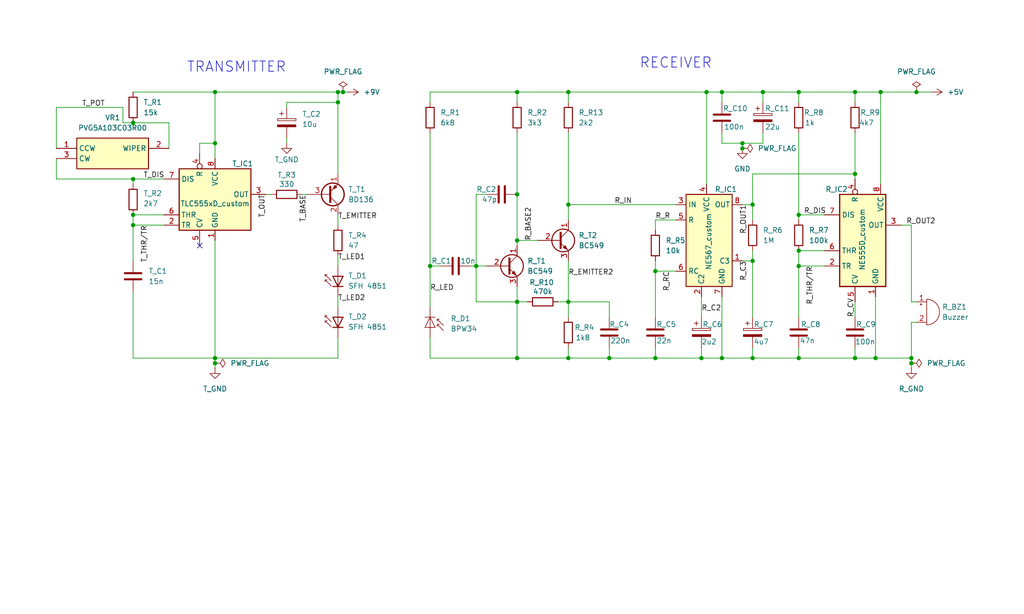
<source format=kicad_sch>
(kicad_sch (version 20231120) (generator "eeschema") (generator_version "8.0")
  (paper "User" 254 152.4)
  (title_block (title "Photoelectric Infrared Sensor") (date "2024-12-09") (rev "1.0") (company "FH Technikum") (comment 1 "Author: Vulovic Marko"))
  (lib_symbols
    (symbol "Device:Buzzer" (pin_names (offset 0.0254) hide)
      (property "Reference" "BZ" (at 3.81 1.27 0))
      (property "Value" "Buzzer" (at 3.81 -1.27 0))
      (symbol "Buzzer_0_1"
        (arc (start 0 -3.175) (mid 3.1612 0) (end 0 3.175))
        (polyline (pts (xy -1.651 1.905) (xy -1.143 1.905)))
        (polyline (pts (xy -1.397 2.159) (xy -1.397 1.651)))
        (polyline (pts (xy 0 3.175) (xy 0 -3.175)))
      )
      (symbol "Buzzer_1_1"
        (pin passive line (at -2.54 2.54 0) (length 2.54) (name "+") (number "1"))
        (pin passive line (at -2.54 -2.54 0) (length 2.54) (name "-") (number "2"))
      )
    )
    (symbol "Device:C" (pin_numbers hide) (pin_names (offset 0.254))
      (property "Reference" "C" (at 0.635 2.54 0))
      (property "Value" "C" (at 0.635 -2.54 0))
      (symbol "C_0_1"
        (polyline (pts (xy -2.032 -0.762) (xy 2.032 -0.762)) (stroke (width 0.508)))
        (polyline (pts (xy -2.032 0.762) (xy 2.032 0.762)) (stroke (width 0.508)))
      )
      (symbol "C_1_1"
        (pin passive line (at 0 3.81 270) (length 2.794) (name "~") (number "1"))
        (pin passive line (at 0 -3.81 90) (length 2.794) (name "~") (number "2"))
      )
    )
    (symbol "Device:C_Polarized" (pin_numbers hide) (pin_names (offset 0.254))
      (property "Reference" "C" (at 0.635 2.54 0))
      (property "Value" "C_Polarized" (at 0.635 -2.54 0))
      (symbol "C_Polarized_0_1"
        (rectangle (start -2.286 0.508) (end 2.286 1.016))
        (polyline (pts (xy -1.778 2.286) (xy -0.762 2.286)))
        (polyline (pts (xy -1.27 2.794) (xy -1.27 1.778)))
        (rectangle (start 2.286 -0.508) (end -2.286 -1.016) (fill (type outline)))
      )
      (symbol "C_Polarized_1_1"
        (pin passive line (at 0 3.81 270) (length 2.794) (name "~") (number "1"))
        (pin passive line (at 0 -3.81 90) (length 2.794) (name "~") (number "2"))
      )
    )
    (symbol "Device:R" (pin_numbers hide) (pin_names (offset 0))
      (property "Reference" "R" (at 2.032 0 90))
      (property "Value" "R" (at 0 0 90))
      (symbol "R_0_1"
        (rectangle (start -1.016 -2.54) (end 1.016 2.54) (stroke (width 0.254)))
      )
      (symbol "R_1_1"
        (pin passive line (at 0 3.81 270) (length 1.27) (name "~") (number "1"))
        (pin passive line (at 0 -3.81 90) (length 1.27) (name "~") (number "2"))
      )
    )
    (symbol "LED:LD271" (pin_numbers hide) (pin_names (offset 1.016) hide)
      (property "Reference" "D" (at 0.508 1.778 0))
      (property "Value" "LD271" (at -1.016 -2.794 0))
      (symbol "LD271_0_1"
        (polyline (pts (xy -2.54 1.27) (xy -2.54 -1.27)) (stroke (width 0.254)))
        (polyline (pts (xy 0 0) (xy -2.54 0)))
        (polyline (pts (xy 0.381 3.175) (xy -0.127 3.175)))
        (polyline (pts (xy -1.143 1.651) (xy 0.381 3.175) (xy 0.381 2.667)))
        (polyline (pts (xy 0 -1.27) (xy -2.54 0) (xy 0 1.27) (xy 0 -1.27)) (stroke (width 0.254)))
        (polyline (pts (xy -2.413 1.651) (xy -0.889 3.175) (xy -0.889 2.667) (xy -0.889 3.175) (xy -1.397 3.175)))
      )
      (symbol "LD271_1_1"
        (pin passive line (at -5.08 0 0) (length 2.54) (name "K") (number "1"))
        (pin passive line (at 2.54 0 180) (length 2.54) (name "A") (number "2"))
      )
    )
    (symbol "NE555D_custom:NE555D_custom"
      (property "Reference" "R_IC2" (at 4.572 10.414 0))
      (property "Value" "NE555D_custom" (at 5.588 8.636 0))
      (symbol "NE555D_custom_0_0"
        (pin power_in line (at 0 -17.78 90) (length 2.54) (name "GND") (number "1"))
        (pin power_in line (at 1.27 10.16 270) (length 2.54) (name "VCC") (number "8"))
      )
      (symbol "NE555D_custom_0_1"
        (rectangle (start -8.89 7.62) (end 2.54 -15.24) (stroke (width 0.254)) (fill (type background)))
        (rectangle (start -8.89 7.62) (end 2.54 -15.24) (stroke (width 0.254)) (fill (type background)))
      )
      (symbol "NE555D_custom_1_1"
        (pin input line (at -12.7 -10.16 0) (length 3.81) (name "TR") (number "2"))
        (pin output line (at 6.35 0 180) (length 3.81) (name "OUT") (number "3"))
        (pin input inverted (at -5.08 11.43 270) (length 3.81) (name "R") (number "4"))
        (pin input line (at -5.08 -19.05 90) (length 3.81) (name "CV") (number "5"))
        (pin input line (at -12.7 -6.35 0) (length 3.81) (name "THR") (number "6"))
        (pin input line (at -12.7 2.54 0) (length 3.81) (name "DIS") (number "7"))
      )
    )
    (symbol "NE567_custom:NE567_custom"
      (property "Reference" "R_IC1" (at -2.8859 35.56 0))
      (property "Value" "NE567_custom" (at -2.8859 33.02 0))
      (symbol "NE567_custom_0_1"
        (rectangle (start -10.16 30.48) (end 1.27 7.62) (stroke (width 0.254)) (fill (type background)))
      )
      (symbol "NE567_custom_1_1"
        (pin output line (at 3.81 13.97 180) (length 2.54) (name "C3") (number "1"))
        (pin output line (at -6.35 5.08 90) (length 2.54) (name "C2") (number "2"))
        (pin input line (at -12.7 27.94 0) (length 2.54) (name "IN") (number "3"))
        (pin power_in line (at -5.08 33.02 270) (length 2.54) (name "VCC") (number "4"))
        (pin input line (at -12.7 24.13 0) (length 2.54) (name "R") (number "5"))
        (pin input line (at -12.7 11.43 0) (length 2.54) (name "RC") (number "6"))
        (pin power_in line (at -1.27 5.08 90) (length 2.54) (name "GND") (number "7"))
        (pin output line (at 3.81 27.94 180) (length 2.54) (name "OUT") (number "8"))
      )
    )
    (symbol "SamacSys_Parts:PVG5A103C03R00"
      (property "Reference" "VR" (at 24.13 7.62 0))
      (property "Value" "PVG5A103C03R00" (at 24.13 5.08 0))
      (symbol "PVG5A103C03R00_1_1"
        (rectangle (start 5.08 2.54) (end 22.86 -5.08) (stroke (width 0.254)) (fill (type background)))
        (pin passive line (at 0 0 0) (length 5.08) (name "CCW") (number "1"))
        (pin passive line (at 27.94 0 180) (length 5.08) (name "WIPER") (number "2"))
        (pin passive line (at 0 -2.54 0) (length 5.08) (name "CW") (number "3"))
      )
    )
    (symbol "Sensor_Optical:SFH205F" (pin_numbers hide) (pin_names (offset 1.016) hide)
      (property "Reference" "D" (at 0.508 1.778 0))
      (property "Value" "SFH205F" (at -1.016 -2.794 0))
      (symbol "SFH205F_0_1"
        (polyline (pts (xy -2.54 1.27) (xy -2.54 -1.27)) (stroke (width 0.1524)))
        (polyline (pts (xy -2.032 1.778) (xy -1.524 1.778)))
        (polyline (pts (xy 0 0) (xy -2.54 0)))
        (polyline (pts (xy 0 1.27) (xy 0 -1.27)))
        (polyline (pts (xy -0.508 3.302) (xy -2.032 1.778) (xy -2.032 2.286)))
        (polyline (pts (xy 0 1.27) (xy -2.54 0) (xy 0 -1.27)))
        (polyline (pts (xy 0.762 3.302) (xy -0.762 1.778) (xy -0.762 2.286) (xy -0.762 1.778) (xy -0.254 1.778)))
      )
      (symbol "SFH205F_1_1"
        (pin passive line (at -5.08 0 0) (length 2.54) (name "K") (number "1"))
        (pin passive line (at 2.54 0 180) (length 2.54) (name "A") (number "2"))
      )
    )
    (symbol "TLC555xD_custom:TLC555xD_custom"
      (property "Reference" "T_IC1" (at 7.874 11.43 0))
      (property "Value" "TLC555xD_custom" (at 7.874 9.398 0))
      (symbol "TLC555xD_custom_0_0"
        (pin power_in line (at 0 -10.16 90) (length 2.54) (name "GND") (number "1"))
        (pin power_in line (at 0 10.16 270) (length 2.54) (name "VCC") (number "8"))
      )
      (symbol "TLC555xD_custom_0_1"
        (rectangle (start -8.89 -7.62) (end 8.89 7.62) (stroke (width 0.254)) (fill (type background)))
        (rectangle (start -8.89 -7.62) (end 8.89 7.62) (stroke (width 0.254)) (fill (type background)))
      )
      (symbol "TLC555xD_custom_1_1"
        (pin input line (at -12.7 -6.35 0) (length 3.81) (name "TR") (number "2"))
        (pin output line (at 12.7 1.27 180) (length 3.81) (name "OUT") (number "3"))
        (pin input inverted (at -3.81 11.43 270) (length 3.81) (name "R") (number "4"))
        (pin input line (at -3.81 -11.43 90) (length 3.81) (name "CV") (number "5"))
        (pin input line (at -12.7 -3.81 0) (length 3.81) (name "THR") (number "6"))
        (pin input line (at -12.7 5.08 0) (length 3.81) (name "DIS") (number "7"))
      )
    )
    (symbol "Transistor_BJT:BC549" (pin_names (offset 0) hide)
      (property "Reference" "Q" (at 5.08 1.905 0))
      (property "Value" "BC549" (at 5.08 0 0))
      (symbol "BC549_0_1"
        (polyline (pts (xy 0 0) (xy 0.635 0)))
        (polyline (pts (xy 0.635 0.635) (xy 2.54 2.54)))
        (polyline (pts (xy 0.635 -0.635) (xy 2.54 -2.54) (xy 2.54 -2.54)))
        (polyline (pts (xy 0.635 1.905) (xy 0.635 -1.905) (xy 0.635 -1.905)) (stroke (width 0.508)))
        (polyline (pts (xy 1.27 -1.778) (xy 1.778 -1.27) (xy 2.286 -2.286) (xy 1.27 -1.778) (xy 1.27 -1.778)) (fill (type outline)))
        (circle (center 1.27 0) (radius 2.8194) (stroke (width 0.254)))
      )
      (symbol "BC549_1_1"
        (pin passive line (at 2.54 5.08 270) (length 2.54) (name "C") (number "1"))
        (pin input line (at -5.08 0 0) (length 5.08) (name "B") (number "2"))
        (pin passive line (at 2.54 -5.08 90) (length 2.54) (name "E") (number "3"))
      )
    )
    (symbol "Transistor_BJT:BD140" (pin_names (offset 0) hide)
      (property "Reference" "Q" (at 5.08 1.905 0))
      (property "Value" "BD140" (at 5.08 0 0))
      (symbol "BD140_0_1"
        (polyline (pts (xy 0 0) (xy 0.635 0)))
        (polyline (pts (xy 2.54 -2.54) (xy 0.635 -0.635)))
        (polyline (pts (xy 2.54 2.54) (xy 0.635 0.635)))
        (polyline (pts (xy 0.635 1.905) (xy 0.635 -1.905) (xy 0.635 -1.905)) (stroke (width 0.508)) (fill (type outline)))
        (polyline (pts (xy 1.778 -2.286) (xy 2.286 -1.778) (xy 1.27 -1.27) (xy 1.778 -2.286) (xy 1.778 -2.286)) (fill (type outline)))
        (circle (center 1.27 0) (radius 2.8194) (stroke (width 0.3048)))
      )
      (symbol "BD140_1_1"
        (pin passive line (at 2.54 -5.08 90) (length 2.54) (name "E") (number "1"))
        (pin passive line (at 2.54 5.08 270) (length 2.54) (name "C") (number "2"))
        (pin input line (at -5.08 0 0) (length 5.08) (name "B") (number "3"))
      )
    )
    (symbol "power:+5V" (power) (pin_numbers hide) (pin_names (offset 0) hide)
      (property "Value" "+5V" (at 0 3.556 0))
      (symbol "+5V_0_1"
        (polyline (pts (xy -0.762 1.27) (xy 0 2.54)))
        (polyline (pts (xy 0 0) (xy 0 2.54)))
        (polyline (pts (xy 0 2.54) (xy 0.762 1.27)))
      )
      (symbol "+5V_1_1"
        (pin power_in line (at 0 0 90) (length 0) (name "~") (number "1"))
      )
    )
    (symbol "power:+9V" (power) (pin_numbers hide) (pin_names (offset 0) hide)
      (property "Value" "+9V" (at 0 3.556 0))
      (symbol "+9V_0_1"
        (polyline (pts (xy -0.762 1.27) (xy 0 2.54)))
        (polyline (pts (xy 0 0) (xy 0 2.54)))
        (polyline (pts (xy 0 2.54) (xy 0.762 1.27)))
      )
      (symbol "+9V_1_1"
        (pin power_in line (at 0 0 90) (length 0) (name "~") (number "1"))
      )
    )
    (symbol "power:GND" (power) (pin_numbers hide) (pin_names (offset 0) hide)
      (property "Value" "GND" (at 0 -3.81 0))
      (symbol "GND_0_1"
        (polyline (pts (xy 0 0) (xy 0 -1.27) (xy 1.27 -1.27) (xy 0 -2.54) (xy -1.27 -1.27) (xy 0 -1.27)))
      )
      (symbol "GND_1_1"
        (pin power_in line (at 0 0 270) (length 0) (name "~") (number "1"))
      )
    )
    (symbol "power:PWR_FLAG" (power) (pin_numbers hide) (pin_names (offset 0) hide)
      (property "Value" "PWR_FLAG" (at 0 3.81 0))
      (symbol "PWR_FLAG_0_0"
        (pin power_out line (at 0 0 90) (length 0) (name "~") (number "1"))
      )
      (symbol "PWR_FLAG_0_1"
        (polyline (pts (xy 0 0) (xy 0 1.27) (xy -1.016 1.905) (xy 0 2.54) (xy 1.016 1.905) (xy 0 1.27)))
      )
    )
  )
  (junction (at 186.69 50.8))
  (junction (at 212.09 43.18))
  (junction (at 53.34 22.86))
  (junction (at 189.23 22.86))
  (junction (at 140.97 22.86))
  (junction (at 53.34 90.17))
  (junction (at 198.12 62.23))
  (junction (at 83.82 22.86))
  (junction (at 83.82 25.4))
  (junction (at 151.13 88.9))
  (junction (at 85.09 22.86))
  (junction (at 53.34 88.9))
  (junction (at 33.02 30.48))
  (junction (at 198.12 53.34))
  (junction (at 140.97 74.93))
  (junction (at 128.27 59.69))
  (junction (at 162.56 67.31))
  (junction (at 140.97 88.9))
  (junction (at 33.02 53.34))
  (junction (at 106.68 66.04))
  (junction (at 179.07 22.86))
  (junction (at 226.06 90.17))
  (junction (at 184.15 35.56))
  (junction (at 212.09 88.9))
  (junction (at 227.33 22.86))
  (junction (at 179.07 88.9))
  (junction (at 198.12 88.9))
  (junction (at 128.27 88.9))
  (junction (at 140.97 50.8))
  (junction (at 162.56 88.9))
  (junction (at 173.99 88.9))
  (junction (at 186.69 88.9))
  (junction (at 186.69 64.77))
  (junction (at 128.27 22.86))
  (junction (at 217.17 88.9))
  (junction (at 218.44 22.86))
  (junction (at 184.15 36.83))
  (junction (at 175.26 22.86))
  (junction (at 33.02 44.45))
  (junction (at 198.12 66.04))
  (junction (at 128.27 74.93))
  (junction (at 53.34 35.56))
  (junction (at 118.11 66.04))
  (junction (at 198.12 22.86))
  (junction (at 33.02 55.88))
  (junction (at 212.09 22.86))
  (junction (at 128.27 48.26))
  (junction (at 226.06 88.9))
  (no_connect (at 49.53 60.96))
  (wire (pts (xy 218.44 45.72) (xy 218.44 22.86)))
  (wire (pts (xy 186.69 88.9) (xy 179.07 88.9)))
  (wire (pts (xy 33.02 53.34) (xy 40.64 53.34)))
  (wire (pts (xy 186.69 50.8) (xy 186.69 43.18)))
  (wire (pts (xy 128.27 88.9) (xy 140.97 88.9)))
  (wire (pts (xy 212.09 33.02) (xy 212.09 43.18)))
  (wire (pts (xy 175.26 22.86) (xy 175.26 45.72)))
  (wire (pts (xy 212.09 43.18) (xy 212.09 44.45)))
  (wire (pts (xy 106.68 22.86) (xy 128.27 22.86)))
  (wire (pts (xy 162.56 67.31) (xy 167.64 67.31)))
  (wire (pts (xy 162.56 64.77) (xy 162.56 67.31)))
  (wire (pts (xy 53.34 88.9) (xy 33.02 88.9)))
  (wire (pts (xy 173.99 88.9) (xy 173.99 86.36)))
  (wire (pts (xy 226.06 80.01) (xy 226.06 88.9)))
  (wire (pts (xy 186.69 50.8) (xy 186.69 54.61)))
  (wire (pts (xy 83.82 63.5) (xy 83.82 66.04)))
  (wire (pts (xy 212.09 88.9) (xy 198.12 88.9)))
  (wire (pts (xy 186.69 64.77) (xy 186.69 78.74)))
  (wire (pts (xy 198.12 33.02) (xy 198.12 53.34)))
  (wire (pts (xy 167.64 54.61) (xy 162.56 54.61)))
  (wire (pts (xy 41.91 30.48) (xy 33.02 30.48)))
  (wire (pts (xy 128.27 74.93) (xy 130.81 74.93)))
  (wire (pts (xy 106.68 88.9) (xy 128.27 88.9)))
  (wire (pts (xy 30.48 30.48) (xy 33.02 30.48)))
  (wire (pts (xy 198.12 22.86) (xy 198.12 25.4)))
  (wire (pts (xy 226.06 74.93) (xy 227.33 74.93)))
  (wire (pts (xy 212.09 86.36) (xy 212.09 88.9)))
  (wire (pts (xy 140.97 74.93) (xy 140.97 78.74)))
  (wire (pts (xy 227.33 80.01) (xy 226.06 80.01)))
  (wire (pts (xy 128.27 71.12) (xy 128.27 74.93)))
  (wire (pts (xy 138.43 74.93) (xy 140.97 74.93)))
  (wire (pts (xy 140.97 88.9) (xy 140.97 86.36)))
  (wire (pts (xy 223.52 55.88) (xy 226.06 55.88)))
  (wire (pts (xy 140.97 22.86) (xy 140.97 25.4)))
  (wire (pts (xy 184.15 36.83) (xy 184.15 35.56)))
  (wire (pts (xy 162.56 67.31) (xy 162.56 78.74)))
  (wire (pts (xy 217.17 88.9) (xy 217.17 73.66)))
  (wire (pts (xy 184.15 50.8) (xy 186.69 50.8)))
  (wire (pts (xy 85.09 22.86) (xy 86.36 22.86)))
  (wire (pts (xy 227.33 22.86) (xy 231.14 22.86)))
  (wire (pts (xy 140.97 64.77) (xy 140.97 74.93)))
  (wire (pts (xy 179.07 22.86) (xy 179.07 25.4)))
  (wire (pts (xy 151.13 88.9) (xy 151.13 86.36)))
  (wire (pts (xy 212.09 22.86) (xy 212.09 25.4)))
  (wire (pts (xy 226.06 90.17) (xy 226.06 91.44)))
  (wire (pts (xy 184.15 64.77) (xy 186.69 64.77)))
  (wire (pts (xy 83.82 73.66) (xy 83.82 76.2)))
  (wire (pts (xy 226.06 88.9) (xy 217.17 88.9)))
  (wire (pts (xy 173.99 73.66) (xy 173.99 78.74)))
  (wire (pts (xy 184.15 35.56) (xy 189.23 35.56)))
  (wire (pts (xy 53.34 59.69) (xy 53.34 88.9)))
  (wire (pts (xy 198.12 86.36) (xy 198.12 88.9)))
  (wire (pts (xy 173.99 88.9) (xy 179.07 88.9)))
  (wire (pts (xy 83.82 53.34) (xy 83.82 55.88)))
  (wire (pts (xy 198.12 53.34) (xy 204.47 53.34)))
  (wire (pts (xy 118.11 66.04) (xy 120.65 66.04)))
  (wire (pts (xy 140.97 50.8) (xy 167.64 50.8)))
  (wire (pts (xy 13.97 39.37) (xy 13.97 44.45)))
  (wire (pts (xy 118.11 48.26) (xy 120.65 48.26)))
  (wire (pts (xy 116.84 66.04) (xy 118.11 66.04)))
  (wire (pts (xy 13.97 26.67) (xy 30.48 26.67)))
  (wire (pts (xy 118.11 74.93) (xy 128.27 74.93)))
  (wire (pts (xy 83.82 25.4) (xy 71.12 25.4)))
  (wire (pts (xy 198.12 62.23) (xy 198.12 66.04)))
  (wire (pts (xy 140.97 33.02) (xy 140.97 50.8)))
  (wire (pts (xy 53.34 22.86) (xy 33.02 22.86)))
  (wire (pts (xy 128.27 59.69) (xy 128.27 60.96)))
  (wire (pts (xy 41.91 36.83) (xy 41.91 30.48)))
  (wire (pts (xy 128.27 22.86) (xy 140.97 22.86)))
  (wire (pts (xy 204.47 66.04) (xy 198.12 66.04)))
  (wire (pts (xy 33.02 55.88) (xy 40.64 55.88)))
  (wire (pts (xy 74.93 48.26) (xy 76.2 48.26)))
  (wire (pts (xy 106.68 33.02) (xy 106.68 66.04)))
  (wire (pts (xy 226.06 88.9) (xy 226.06 90.17)))
  (wire (pts (xy 53.34 35.56) (xy 53.34 22.86)))
  (wire (pts (xy 186.69 64.77) (xy 186.69 62.23)))
  (wire (pts (xy 189.23 22.86) (xy 198.12 22.86)))
  (wire (pts (xy 33.02 72.39) (xy 33.02 88.9)))
  (wire (pts (xy 189.23 22.86) (xy 189.23 25.4)))
  (wire (pts (xy 140.97 74.93) (xy 151.13 74.93)))
  (wire (pts (xy 128.27 48.26) (xy 128.27 59.69)))
  (wire (pts (xy 186.69 86.36) (xy 186.69 88.9)))
  (wire (pts (xy 53.34 88.9) (xy 53.34 90.17)))
  (wire (pts (xy 109.22 66.04) (xy 106.68 66.04)))
  (wire (pts (xy 30.48 26.67) (xy 30.48 30.48)))
  (wire (pts (xy 128.27 88.9) (xy 128.27 74.93)))
  (wire (pts (xy 218.44 22.86) (xy 227.33 22.86)))
  (wire (pts (xy 106.68 83.82) (xy 106.68 88.9)))
  (wire (pts (xy 140.97 22.86) (xy 175.26 22.86)))
  (wire (pts (xy 83.82 25.4) (xy 83.82 43.18)))
  (wire (pts (xy 13.97 36.83) (xy 13.97 26.67)))
  (wire (pts (xy 106.68 25.4) (xy 106.68 22.86)))
  (wire (pts (xy 128.27 22.86) (xy 128.27 25.4)))
  (wire (pts (xy 226.06 55.88) (xy 226.06 74.93)))
  (wire (pts (xy 118.11 66.04) (xy 118.11 74.93)))
  (wire (pts (xy 179.07 35.56) (xy 184.15 35.56)))
  (wire (pts (xy 133.35 59.69) (xy 128.27 59.69)))
  (wire (pts (xy 198.12 54.61) (xy 198.12 53.34)))
  (wire (pts (xy 118.11 66.04) (xy 118.11 48.26)))
  (wire (pts (xy 53.34 35.56) (xy 53.34 39.37)))
  (wire (pts (xy 33.02 44.45) (xy 40.64 44.45)))
  (wire (pts (xy 49.53 35.56) (xy 53.34 35.56)))
  (wire (pts (xy 162.56 88.9) (xy 173.99 88.9)))
  (wire (pts (xy 151.13 74.93) (xy 151.13 78.74)))
  (wire (pts (xy 13.97 44.45) (xy 33.02 44.45)))
  (wire (pts (xy 83.82 22.86) (xy 85.09 22.86)))
  (wire (pts (xy 162.56 88.9) (xy 162.56 86.36)))
  (wire (pts (xy 83.82 22.86) (xy 83.82 25.4)))
  (wire (pts (xy 83.82 83.82) (xy 83.82 88.9)))
  (wire (pts (xy 128.27 33.02) (xy 128.27 48.26)))
  (wire (pts (xy 140.97 54.61) (xy 140.97 50.8)))
  (wire (pts (xy 53.34 22.86) (xy 83.82 22.86)))
  (wire (pts (xy 179.07 33.02) (xy 179.07 35.56)))
  (wire (pts (xy 140.97 88.9) (xy 151.13 88.9)))
  (wire (pts (xy 71.12 34.29) (xy 71.12 35.56)))
  (wire (pts (xy 198.12 88.9) (xy 186.69 88.9)))
  (wire (pts (xy 33.02 44.45) (xy 33.02 45.72)))
  (wire (pts (xy 49.53 38.1) (xy 49.53 35.56)))
  (wire (pts (xy 198.12 22.86) (xy 212.09 22.86)))
  (wire (pts (xy 198.12 62.23) (xy 204.47 62.23)))
  (wire (pts (xy 151.13 88.9) (xy 162.56 88.9)))
  (wire (pts (xy 106.68 66.04) (xy 106.68 76.2)))
  (wire (pts (xy 179.07 88.9) (xy 179.07 73.66)))
  (wire (pts (xy 71.12 25.4) (xy 71.12 26.67)))
  (wire (pts (xy 212.09 88.9) (xy 217.17 88.9)))
  (wire (pts (xy 212.09 22.86) (xy 218.44 22.86)))
  (wire (pts (xy 186.69 43.18) (xy 212.09 43.18)))
  (wire (pts (xy 83.82 88.9) (xy 53.34 88.9)))
  (wire (pts (xy 175.26 22.86) (xy 179.07 22.86)))
  (wire (pts (xy 189.23 35.56) (xy 189.23 33.02)))
  (wire (pts (xy 33.02 55.88) (xy 33.02 64.77)))
  (wire (pts (xy 198.12 66.04) (xy 198.12 78.74)))
  (wire (pts (xy 162.56 54.61) (xy 162.56 57.15)))
  (wire (pts (xy 33.02 53.34) (xy 33.02 55.88)))
  (wire (pts (xy 53.34 90.17) (xy 53.34 91.44)))
  (wire (pts (xy 212.09 74.93) (xy 212.09 78.74)))
  (wire (pts (xy 66.04 48.26) (xy 67.31 48.26)))
  (wire (pts (xy 179.07 22.86) (xy 189.23 22.86)))
  (text "RECEIVER" (at 167.64 15.748 0) (effects (font (size 2.54 2.54))))
  (text "TRANSMITTER\n" (at 58.674 16.764 0) (effects (font (size 2.54 2.54))))
  (label "R_THR{slash}TR" (at 201.93 66.04 270))
  (label "R_OUT2" (at 224.79 55.88 0))
  (label "T_LED2" (at 83.82 74.93 0))
  (label "R_OUT1" (at 185.42 50.8 270))
  (label "T_POT" (at 20.32 26.67 0))
  (label "R_EMITTER2" (at 140.97 68.58 0))
  (label "R_R" (at 162.56 54.61 0))
  (label "T_OUT" (at 66.04 48.26 270))
  (label "R_IN" (at 152.4 50.8 0))
  (label "R_CV" (at 212.09 78.74 90))
  (label "R_LED" (at 106.68 72.39 0))
  (label "R_BASE2" (at 132.08 59.69 90))
  (label "R_DIS" (at 199.39 53.34 0))
  (label "R_C3" (at 185.42 64.77 270))
  (label "T_DIS" (at 35.56 44.45 0))
  (label "R_C2" (at 173.99 77.47 0))
  (label "T_LED1" (at 83.82 64.77 0))
  (label "T_BASE" (at 76.2 48.26 270))
  (label "T_EMITTER" (at 83.82 54.61 0))
  (label "T_THR{slash}TR" (at 36.83 55.88 270))
  (label "R_RC" (at 166.37 67.31 270))
  (symbol (lib_id "SamacSys_Parts:PVG5A103C03R00") (at 13.97 36.83 0) (unit 1)
    (property "Reference" "VR1" (at 27.94 29.21 0))
    (property "Value" "PVG5A103C03R00" (at 27.94 31.75 0))
    (property "Footprint" "PVG5A100C03R00" (effects (hide yes)))
    (property "Datasheet" "https://www.bourns.com/docs/Product-Datasheets/pvg5.pdf" (effects (hide yes)))
    (property "Description" "PVG, SMT top adj cermet trimmer,10K" (effects (hide yes)))
    (property "Manufacturer_Name" "Bourns" (effects (hide yes)))
    (property "Manufacturer_Part_Number" "PVG5A103C03R00" (effects (hide yes)))
    (property "Mouser Part Number" "81-PVG5A103C03R00" (effects (hide yes)))
    (property "Mouser Price/Stock" "https://www.mouser.co.uk/ProductDetail/Bourns/PVG5A103C03R00?qs=K6aI6PsrKE1vJOwlGZs%2FaQ%3D%3D" (effects (hide yes)))
    (property "Arrow Part Number" "PVG5A103C03R00" (effects (hide yes)))
    (property "Arrow Price/Stock" "https://www.arrow.com/en/products/pvg5a103c03r00/bourns?region=europe" (effects (hide yes)))
  )
  (symbol (lib_id "power:GND") (at 53.34 91.44 0) (unit 1)
    (property "Reference" "#PWR07" (effects (hide yes)))
    (property "Value" "T_GND" (at 53.34 96.52 0))
    (property "Description" "Power symbol creates a global label with name \"GND\" , ground" (effects (hide yes)))
  )
  (symbol (lib_id "Device:R") (at 212.09 29.21 0) (unit 1)
    (property "Reference" "R_R9" (at 213.36 27.94 0) (effects (justify left)))
    (property "Value" "4k7" (at 213.106 30.48 0) (effects (justify left)))
    (property "Footprint" "ERJUP6_custom:ERJUP6" (effects (hide yes)))
    (property "Description" "Resistor" (effects (hide yes)))
  )
  (symbol (lib_id "Device:R") (at 140.97 82.55 0) (unit 1)
    (property "Reference" "R_R4" (at 142.494 81.28 0) (effects (justify left)))
    (property "Value" "1k8" (at 142.748 83.82 0) (effects (justify left)))
    (property "Footprint" "ERJUP6_custom:ERJUP6" (effects (hide yes)))
    (property "Description" "Resistor" (effects (hide yes)))
  )
  (symbol (lib_id "Device:R") (at 134.62 74.93 90) (unit 1)
    (property "Reference" "R_R10" (at 134.366 70.104 90))
    (property "Value" "470k" (at 134.62 72.39 90))
    (property "Footprint" "ERJUP6_custom:ERJUP6" (effects (hide yes)))
    (property "Description" "Resistor" (effects (hide yes)))
  )
  (symbol (lib_id "Device:R") (at 198.12 58.42 0) (unit 1)
    (property "Reference" "R_R7" (at 200.66 57.1499 0) (effects (justify left)))
    (property "Value" "100k" (at 200.66 59.6899 0) (effects (justify left)))
    (property "Footprint" "ERJUP6_custom:ERJUP6" (effects (hide yes)))
    (property "Description" "Resistor" (effects (hide yes)))
  )
  (symbol (lib_id "Device:Buzzer") (at 229.87 77.47 0) (unit 1)
    (property "Reference" "R_BZ1" (at 233.68 76.1999 0) (effects (justify left)))
    (property "Value" "Buzzer" (at 233.68 78.7399 0) (effects (justify left)))
    (property "Footprint" "CPT-1203-03-SMT-TR:CPT-1203-03-SMT-TR" (effects (hide yes)))
    (property "Description" "Buzzer, polarized" (effects (hide yes)))
  )
  (symbol (lib_id "power:PWR_FLAG") (at 184.15 36.83 270) (unit 1)
    (property "Reference" "#FLG05" (effects (hide yes)))
    (property "Value" "PWR_FLAG" (at 187.96 36.8299 90) (effects (justify left)))
    (property "Description" "Special symbol for telling ERC where power comes from" (effects (hide yes)))
  )
  (symbol (lib_id "LED:LD271") (at 83.82 78.74 90) (unit 1)
    (property "Reference" "T_D2" (at 86.36 78.6129 90) (effects (justify right)))
    (property "Value" "SFH 4851" (at 86.36 81.1529 90) (effects (justify right)))
    (property "Footprint" "SFH_4851:SFH4851" (effects (hide yes)))
    (property "Datasheet" "http://www.alliedelec.com/m/d/40788c34903a719969df15f1fbea1056.pdf" (effects (hide yes)))
    (property "Description" "940nm IR-LED, 5mm" (effects (hide yes)))
  )
  (symbol (lib_id "Transistor_BJT:BC549") (at 125.73 66.04 0) (unit 1)
    (property "Reference" "R_T1" (at 130.81 64.7699 0) (effects (justify left)))
    (property "Value" "BC549" (at 130.81 67.3099 0) (effects (justify left)))
    (property "Footprint" "Package_TO_SOT_THT:TO-92_Inline" (effects (hide yes)))
    (property "Datasheet" "https://www.onsemi.com/pub/Collateral/BC550-D.pdf" (effects (hide yes)))
    (property "Description" "0.1A Ic, 30V Vce, Small Signal NPN Transistor, TO-92" (effects (hide yes)))
  )
  (symbol (lib_id "Device:C_Polarized") (at 173.99 82.55 0) (unit 1)
    (property "Reference" "R_C6" (at 174.244 80.518 0) (effects (justify left)))
    (property "Value" "2u2" (at 173.99 84.836 0) (effects (justify left)))
    (property "Footprint" "Capacitor_SMD:CP_Elec_4x3" (effects (hide yes)))
    (property "Description" "Polarized capacitor" (effects (hide yes)))
  )
  (symbol (lib_id "LED:LD271") (at 83.82 68.58 90) (unit 1)
    (property "Reference" "T_D1" (at 86.36 68.4529 90) (effects (justify right)))
    (property "Value" "SFH 4851" (at 86.36 70.9929 90) (effects (justify right)))
    (property "Footprint" "SFH_4851:SFH4851" (effects (hide yes)))
    (property "Datasheet" "http://www.alliedelec.com/m/d/40788c34903a719969df15f1fbea1056.pdf" (effects (hide yes)))
    (property "Description" "940nm IR-LED, 5mm" (effects (hide yes)))
  )
  (symbol (lib_id "Transistor_BJT:BC549") (at 138.43 59.69 0) (unit 1)
    (property "Reference" "R_T2" (at 143.51 58.4199 0) (effects (justify left)))
    (property "Value" "BC549" (at 143.51 60.9599 0) (effects (justify left)))
    (property "Footprint" "Package_TO_SOT_THT:TO-92_Inline" (effects (hide yes)))
    (property "Datasheet" "https://www.onsemi.com/pub/Collateral/BC550-D.pdf" (effects (hide yes)))
    (property "Description" "0.1A Ic, 30V Vce, Small Signal NPN Transistor, TO-92" (effects (hide yes)))
  )
  (symbol (lib_id "Device:R") (at 71.12 48.26 90) (unit 1)
    (property "Reference" "T_R3" (at 71.12 43.434 90))
    (property "Value" "330" (at 71.12 45.72 90))
    (property "Footprint" "ERJUP6_custom:ERJUP6" (effects (hide yes)))
    (property "Description" "Resistor" (effects (hide yes)))
  )
  (symbol (lib_id "Device:C") (at 162.56 82.55 0) (unit 1)
    (property "Reference" "R_C5" (at 162.814 80.518 0) (effects (justify left)))
    (property "Value" "22n" (at 162.814 84.582 0) (effects (justify left)))
    (property "Footprint" "Capacitor_SMD:C_0402_1005Metric_Pad0.74x0.62mm_HandSolder" (effects (hide yes)))
    (property "Description" "Unpolarized capacitor" (effects (hide yes)))
  )
  (symbol (lib_id "Device:C_Polarized") (at 71.12 30.48 0) (unit 1)
    (property "Reference" "T_C2" (at 74.93 28.3209 0) (effects (justify left)))
    (property "Value" "10u" (at 74.93 30.8609 0) (effects (justify left)))
    (property "Footprint" "Capacitor_SMD:CP_Elec_3x5.4" (effects (hide yes)))
    (property "Description" "Polarized capacitor" (effects (hide yes)))
  )
  (symbol (lib_id "Device:C") (at 212.09 82.55 0) (unit 1)
    (property "Reference" "R_C9" (at 212.344 80.518 0) (effects (justify left)))
    (property "Value" "100n" (at 212.09 84.836 0) (effects (justify left)))
    (property "Footprint" "Capacitor_SMD:C_0402_1005Metric_Pad0.74x0.62mm_HandSolder" (effects (hide yes)))
    (property "Description" "Unpolarized capacitor" (effects (hide yes)))
  )
  (symbol (lib_id "Sensor_Optical:SFH205F") (at 106.68 81.28 270) (unit 1)
    (property "Reference" "R_D1" (at 111.76 79.0828 90) (effects (justify left)))
    (property "Value" "BPW34" (at 111.76 81.6228 90) (effects (justify left)))
    (property "Footprint" "BPW_34_FAS-Z2:BPW34FASZ" (effects (hide yes)))
    (property "Datasheet" "http://www.osram-os.com/Graphics/XPic2/00101668_0.pdf" (effects (hide yes)))
    (property "Description" "Silicon PIN Photodiode with Daylight Blocking Filter" (effects (hide yes)))
  )
  (symbol (lib_id "Device:R") (at 186.69 58.42 0) (unit 1)
    (property "Reference" "R_R6" (at 189.23 57.1499 0) (effects (justify left)))
    (property "Value" "1M" (at 189.23 59.6899 0) (effects (justify left)))
    (property "Footprint" "ERJUP6_custom:ERJUP6" (effects (hide yes)))
    (property "Description" "Resistor" (effects (hide yes)))
  )
  (symbol (lib_id "Device:C") (at 33.02 68.58 0) (unit 1)
    (property "Reference" "T_C1" (at 36.83 67.3099 0) (effects (justify left)))
    (property "Value" "15n" (at 36.83 69.8499 0) (effects (justify left)))
    (property "Footprint" "Capacitor_SMD:C_0402_1005Metric_Pad0.74x0.62mm_HandSolder" (effects (hide yes)))
    (property "Description" "Unpolarized capacitor" (effects (hide yes)))
  )
  (symbol (lib_id "TLC555xD_custom:TLC555xD_custom") (at 53.34 49.53 0) (unit 1)
    (property "Reference" "T_IC1" (at 60.198 40.64 0))
    (property "Value" "TLC555xD_custom" (at 53.34 50.546 0))
    (property "Footprint" "Package_SO:SOIC-8_3.9x4.9mm_P1.27mm" (effects (hide yes)))
    (property "Datasheet" "http://www.ti.com/lit/ds/symlink/tlc555.pdf" (effects (hide yes)))
    (property "Description" "Single LinCMOS Timer, 555 compatible, SOIC-8" (effects (hide yes)))
  )
  (symbol (lib_id "Device:R") (at 33.02 49.53 0) (unit 1)
    (property "Reference" "T_R2" (at 35.56 48.006 0) (effects (justify left)))
    (property "Value" "2k7" (at 35.56 50.546 0) (effects (justify left)))
    (property "Footprint" "ERJUP6_custom:ERJUP6" (effects (hide yes)))
    (property "Description" "Resistor" (effects (hide yes)))
  )
  (symbol (lib_id "NE567_custom:NE567_custom") (at 180.34 78.74 0) (unit 1)
    (property "Reference" "R_IC1" (at 177.292 46.99 0) (effects (justify left)))
    (property "Value" "NE567_custom" (at 175.768 67.056 90) (effects (justify left)))
    (property "Footprint" "Package_SO:SOIC-8_3.9x4.9mm_P1.27mm" (effects (hide yes)))
    (property "Datasheet" "http://www.ti.com/lit/ds/symlink/lm567.pdf" (effects (hide yes)))
    (property "Description" "Tone Decoder/Phase-Locked Loop, DIP-8/SOIC-8" (effects (hide yes)))
  )
  (symbol (lib_id "power:PWR_FLAG") (at 85.09 22.86 0) (unit 1)
    (property "Reference" "#FLG01" (effects (hide yes)))
    (property "Value" "PWR_FLAG" (at 85.09 17.78 0))
    (property "Description" "Special symbol for telling ERC where power comes from" (effects (hide yes)))
  )
  (symbol (lib_id "Device:C") (at 198.12 82.55 0) (unit 1)
    (property "Reference" "R_C8" (at 198.628 80.518 0) (effects (justify left)))
    (property "Value" "47n" (at 198.374 84.582 0) (effects (justify left)))
    (property "Footprint" "Capacitor_SMD:C_0402_1005Metric_Pad0.74x0.62mm_HandSolder" (effects (hide yes)))
    (property "Description" "Unpolarized capacitor" (effects (hide yes)))
  )
  (symbol (lib_id "power:PWR_FLAG") (at 53.34 90.17 270) (unit 1)
    (property "Reference" "#FLG02" (effects (hide yes)))
    (property "Value" "PWR_FLAG" (at 57.15 90.1699 90) (effects (justify left)))
    (property "Description" "Special symbol for telling ERC where power comes from" (effects (hide yes)))
  )
  (symbol (lib_id "power:GND") (at 184.15 36.83 0) (unit 1)
    (property "Reference" "#PWR010" (effects (hide yes)))
    (property "Value" "GND" (at 184.15 41.91 0))
    (property "Description" "Power symbol creates a global label with name \"GND\" , ground" (effects (hide yes)))
  )
  (symbol (lib_id "Device:R") (at 140.97 29.21 0) (unit 1)
    (property "Reference" "R_R13" (at 143.51 27.9399 0) (effects (justify left)))
    (property "Value" "2k2" (at 143.51 30.4799 0) (effects (justify left)))
    (property "Footprint" "ERJUP6_custom:ERJUP6" (effects (hide yes)))
    (property "Description" "Resistor" (effects (hide yes)))
  )
  (symbol (lib_id "power:GND") (at 71.12 35.56 0) (unit 1)
    (property "Reference" "#PWR08" (effects (hide yes)))
    (property "Value" "T_GND" (at 71.12 39.624 0))
    (property "Description" "Power symbol creates a global label with name \"GND\" , ground" (effects (hide yes)))
  )
  (symbol (lib_id "Device:R") (at 128.27 29.21 0) (unit 1)
    (property "Reference" "R_R2" (at 130.81 27.9399 0) (effects (justify left)))
    (property "Value" "3k3" (at 130.81 30.4799 0) (effects (justify left)))
    (property "Footprint" "ERJUP6_custom:ERJUP6" (effects (hide yes)))
    (property "Description" "Resistor" (effects (hide yes)))
  )
  (symbol (lib_id "power:GND") (at 226.06 91.44 0) (unit 1)
    (property "Reference" "#PWR011" (effects (hide yes)))
    (property "Value" "R_GND" (at 226.06 96.52 0))
    (property "Description" "Power symbol creates a global label with name \"GND\" , ground" (effects (hide yes)))
  )
  (symbol (lib_id "power:PWR_FLAG") (at 226.06 90.17 270) (unit 1)
    (property "Reference" "#FLG04" (effects (hide yes)))
    (property "Value" "PWR_FLAG" (at 229.87 90.1699 90) (effects (justify left)))
    (property "Description" "Special symbol for telling ERC where power comes from" (effects (hide yes)))
  )
  (symbol (lib_id "Device:C_Polarized") (at 186.69 82.55 0) (unit 1)
    (property "Reference" "R_C7" (at 186.944 80.518 0) (effects (justify left)))
    (property "Value" "4u7" (at 186.944 84.836 0) (effects (justify left)))
    (property "Footprint" "Capacitor_SMD:CP_Elec_4x3" (effects (hide yes)))
    (property "Description" "Polarized capacitor" (effects (hide yes)))
  )
  (symbol (lib_id "Device:R") (at 198.12 29.21 0) (unit 1)
    (property "Reference" "R_R8" (at 199.39 27.94 0) (effects (justify left)))
    (property "Value" "1k" (at 199.644 30.48 0) (effects (justify left)))
    (property "Footprint" "ERJUP6_custom:ERJUP6" (effects (hide yes)))
    (property "Description" "Resistor" (effects (hide yes)))
  )
  (symbol (lib_id "Device:C") (at 151.13 82.55 0) (unit 1)
    (property "Reference" "R_C4" (at 151.13 80.518 0) (effects (justify left)))
    (property "Value" "220n" (at 151.384 84.582 0) (effects (justify left)))
    (property "Footprint" "Capacitor_SMD:C_0402_1005Metric_Pad0.74x0.62mm_HandSolder" (effects (hide yes)))
    (property "Description" "Unpolarized capacitor" (effects (hide yes)))
  )
  (symbol (lib_id "Device:C") (at 113.03 66.04 270) (unit 1)
    (property "Reference" "R_C1" (at 109.474 64.77 90))
    (property "Value" "10n" (at 116.078 64.77 90))
    (property "Footprint" "Capacitor_SMD:C_0402_1005Metric_Pad0.74x0.62mm_HandSolder" (effects (hide yes)))
    (property "Description" "Unpolarized capacitor" (effects (hide yes)))
  )
  (symbol (lib_id "Device:C") (at 179.07 29.21 0) (unit 1)
    (property "Reference" "R_C10" (at 179.324 26.924 0) (effects (justify left)))
    (property "Value" "100n" (at 179.578 31.496 0) (effects (justify left)))
    (property "Footprint" "Capacitor_SMD:C_0402_1005Metric_Pad0.74x0.62mm_HandSolder" (effects (hide yes)))
    (property "Description" "Unpolarized capacitor" (effects (hide yes)))
  )
  (symbol (lib_id "power:+5V") (at 231.14 22.86 270) (unit 1)
    (property "Reference" "#PWR012" (effects (hide yes)))
    (property "Value" "+5V" (at 234.95 22.8599 90) (effects (justify left)))
    (property "Description" "Power symbol creates a global label with name \"+5V\"" (effects (hide yes)))
  )
  (symbol (lib_id "Device:R") (at 33.02 26.67 0) (unit 1)
    (property "Reference" "T_R1" (at 35.56 25.3999 0) (effects (justify left)))
    (property "Value" "15k" (at 35.56 27.9399 0) (effects (justify left)))
    (property "Footprint" "ERJUP6_custom:ERJUP6" (effects (hide yes)))
    (property "Description" "Resistor" (effects (hide yes)))
  )
  (symbol (lib_id "Transistor_BJT:BD140") (at 81.28 48.26 0) (mirror x) (unit 1)
    (property "Reference" "T_T1" (at 86.36 46.9899 0) (effects (justify left)))
    (property "Value" "BD136" (at 86.36 49.5299 0) (effects (justify left)))
    (property "Footprint" "Package_TO_SOT_THT:TO-126-3_Vertical" (effects (hide yes)))
    (property "Datasheet" "http://www.st.com/internet/com/TECHNICAL_RESOURCES/TECHNICAL_LITERATURE/DATASHEET/CD00001225.pdf" (effects (hide yes)))
    (property "Description" "1.5A Ic, 80V Vce, Low Voltage Transistor, TO-126" (effects (hide yes)))
  )
  (symbol (lib_id "power:PWR_FLAG") (at 227.33 22.86 0) (unit 1)
    (property "Reference" "#FLG03" (effects (hide yes)))
    (property "Value" "PWR_FLAG" (at 227.33 17.78 0))
    (property "Description" "Special symbol for telling ERC where power comes from" (effects (hide yes)))
  )
  (symbol (lib_id "Device:C") (at 124.46 48.26 90) (unit 1)
    (property "Reference" "R_C2" (at 120.65 46.99 90))
    (property "Value" "47p" (at 121.412 49.53 90))
    (property "Footprint" "Capacitor_SMD:C_0402_1005Metric_Pad0.74x0.62mm_HandSolder" (effects (hide yes)))
    (property "Description" "Unpolarized capacitor" (effects (hide yes)))
  )
  (symbol (lib_id "NE555D_custom:NE555D_custom") (at 217.17 55.88 0) (unit 1)
    (property "Reference" "R_IC2" (at 207.518 46.99 0))
    (property "Value" "NE555D_custom" (at 213.868 59.436 90))
    (property "Footprint" "Package_SO:SOIC-8_3.9x4.9mm_P1.27mm" (effects (hide yes)))
    (property "Datasheet" "http://www.ti.com/lit/ds/symlink/ne555.pdf" (effects (hide yes)))
    (property "Description" "Precision Timers, 555 compatible, SOIC-8" (effects (hide yes)))
  )
  (symbol (lib_id "Device:R") (at 106.68 29.21 0) (unit 1)
    (property "Reference" "R_R1" (at 109.22 27.9399 0) (effects (justify left)))
    (property "Value" "6k8" (at 109.22 30.4799 0) (effects (justify left)))
    (property "Footprint" "ERJUP6_custom:ERJUP6" (effects (hide yes)))
    (property "Description" "Resistor" (effects (hide yes)))
  )
  (symbol (lib_id "power:+9V") (at 86.36 22.86 270) (unit 1)
    (property "Reference" "#PWR09" (effects (hide yes)))
    (property "Value" "+9V" (at 90.17 22.8599 90) (effects (justify left)))
    (property "Description" "Power symbol creates a global label with name \"+9V\"" (effects (hide yes)))
  )
  (symbol (lib_id "Device:C_Polarized") (at 189.23 29.21 0) (unit 1)
    (property "Reference" "R_C11" (at 189.738 26.924 0) (effects (justify left)))
    (property "Value" "22u" (at 189.738 31.496 0) (effects (justify left)))
    (property "Footprint" "Capacitor_SMD:CP_Elec_4x3" (effects (hide yes)))
    (property "Description" "Polarized capacitor" (effects (hide yes)))
  )
  (symbol (lib_id "Device:R") (at 162.56 60.96 0) (unit 1)
    (property "Reference" "R_R5" (at 165.1 59.6899 0) (effects (justify left)))
    (property "Value" "10k" (at 165.1 62.2299 0) (effects (justify left)))
    (property "Footprint" "ERJUP6_custom:ERJUP6" (effects (hide yes)))
    (property "Description" "Resistor" (effects (hide yes)))
  )
  (symbol (lib_id "Device:R") (at 83.82 59.69 0) (unit 1)
    (property "Reference" "T_R4" (at 86.36 58.4199 0) (effects (justify left)))
    (property "Value" "47" (at 86.36 60.9599 0) (effects (justify left)))
    (property "Footprint" "ERJS1T_U1T__2512_:ERJS1T_U1T__2512_" (effects (hide yes)))
    (property "Description" "Resistor" (effects (hide yes)))
  )
)
</source>
